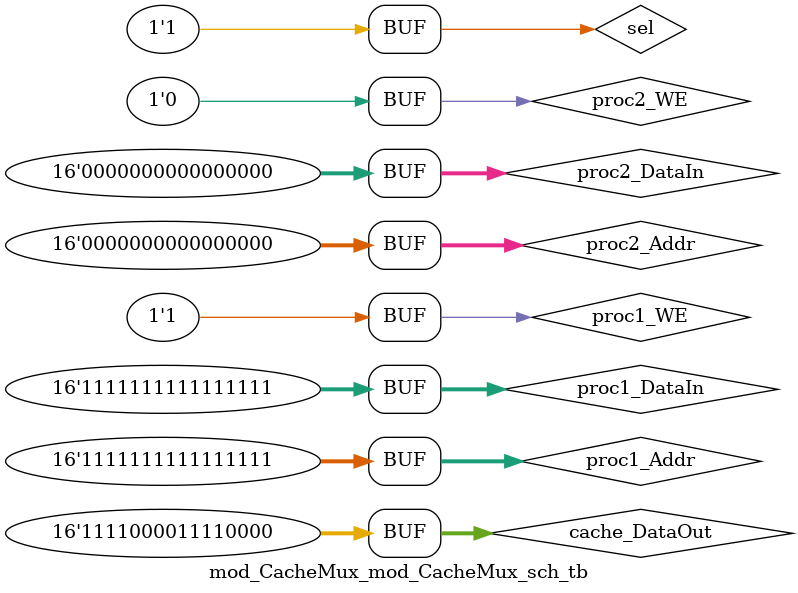
<source format=v>

`timescale 1ns / 1ps

module mod_CacheMux_mod_CacheMux_sch_tb();

// Inputs
   reg sel;
   reg [15:0] cache_DataOut;
   reg [15:0] proc1_DataIn;
   reg [15:0] proc2_DataIn;
   reg [15:0] proc1_Addr;
   reg [15:0] proc2_Addr;
   reg proc1_WE;
   reg proc2_WE;

// Output
   wire [15:0] proc1_DataOut;
   wire [15:0] proc2_DataOut;
   wire [15:0] cache_DataIn;
   wire [15:0] cache_Addr;
   wire cache_WE;

// Bidirs

// Instantiate the UUT
   mod_CacheMux UUT (
		.sel(sel), 
		.proc1_DataOut(proc1_DataOut), 
		.proc2_DataOut(proc2_DataOut), 
		.cache_DataIn(cache_DataIn), 
		.cache_Addr(cache_Addr), 
		.cache_DataOut(cache_DataOut), 
		.proc1_DataIn(proc1_DataIn), 
		.proc2_DataIn(proc2_DataIn), 
		.proc1_Addr(proc1_Addr), 
		.proc2_Addr(proc2_Addr), 
		.proc1_WE(proc1_WE), 
		.proc2_WE(proc2_WE), 
		.cache_WE(cache_WE)
   );
// Initialize Inputs
   
   initial begin
		sel = 0;
		cache_DataOut = 16'hf0f0;
		proc1_DataIn = 16'hffff;
		proc2_DataIn = 16'h0000;
		proc1_Addr = 16'hffff;
		proc2_Addr = 16'h0000;
		proc1_WE = 1;
		proc2_WE = 0;
		#100;
		sel = 1;
   end
endmodule

</source>
